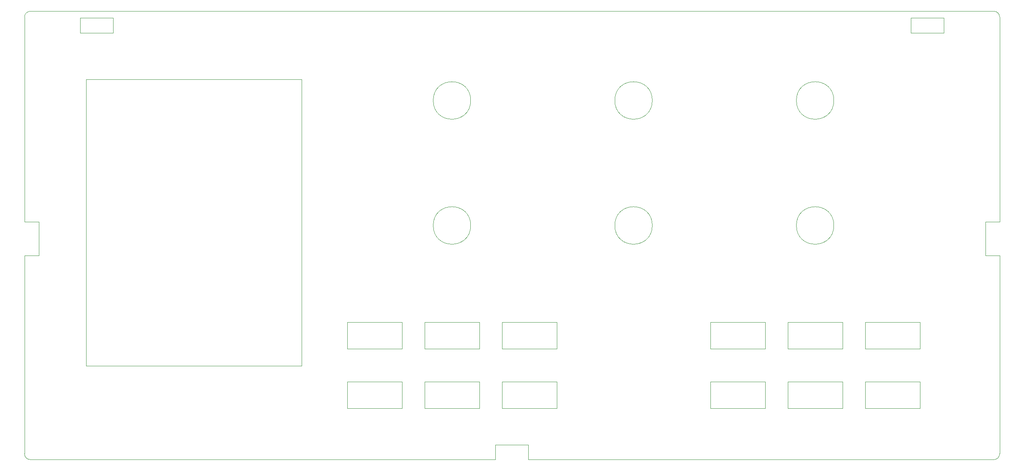
<source format=gbr>
G04 #@! TF.GenerationSoftware,KiCad,Pcbnew,(5.1.8)-1*
G04 #@! TF.CreationDate,2022-11-27T21:50:53+01:00*
G04 #@! TF.ProjectId,pfm3_topsurface,70666d33-5f74-46f7-9073-757266616365,v1.2 / 176*
G04 #@! TF.SameCoordinates,Original*
G04 #@! TF.FileFunction,Profile,NP*
%FSLAX46Y46*%
G04 Gerber Fmt 4.6, Leading zero omitted, Abs format (unit mm)*
G04 Created by KiCad (PCBNEW (5.1.8)-1) date 2022-11-27 21:50:53*
%MOMM*%
%LPD*%
G01*
G04 APERTURE LIST*
G04 #@! TA.AperFunction,Profile*
%ADD10C,0.050000*%
G04 #@! TD*
G04 APERTURE END LIST*
D10*
X218440000Y-99377500D02*
X218440000Y-105092500D01*
X206756000Y-99377500D02*
X218440000Y-99377500D01*
X206756000Y-105092500D02*
X206756000Y-99377500D01*
X218440000Y-105092500D02*
X206756000Y-105092500D01*
X223266000Y-99377500D02*
X234950000Y-99377500D01*
X223266000Y-105092500D02*
X223266000Y-99377500D01*
X234950000Y-105092500D02*
X223266000Y-105092500D01*
X234950000Y-99377500D02*
X234950000Y-105092500D01*
X234950000Y-117792500D02*
X223266000Y-117792500D01*
X223266000Y-112077500D02*
X234950000Y-112077500D01*
X234950000Y-112077500D02*
X234950000Y-117792500D01*
X223266000Y-117792500D02*
X223266000Y-112077500D01*
X218440000Y-112077500D02*
X218440000Y-117792500D01*
X218440000Y-117792500D02*
X206756000Y-117792500D01*
X206756000Y-112077500D02*
X218440000Y-112077500D01*
X206756000Y-117792500D02*
X206756000Y-112077500D01*
X201930000Y-112077500D02*
X201930000Y-117792500D01*
X201930000Y-117792500D02*
X190246000Y-117792500D01*
X190246000Y-112077500D02*
X201930000Y-112077500D01*
X190246000Y-117792500D02*
X190246000Y-112077500D01*
X145796000Y-99377500D02*
X157480000Y-99377500D01*
X145796000Y-105092500D02*
X145796000Y-99377500D01*
X157480000Y-99377500D02*
X157480000Y-105092500D01*
X157480000Y-105092500D02*
X145796000Y-105092500D01*
X145796000Y-112077500D02*
X157480000Y-112077500D01*
X145796000Y-117792500D02*
X145796000Y-112077500D01*
X157480000Y-112077500D02*
X157480000Y-117792500D01*
X157480000Y-117792500D02*
X145796000Y-117792500D01*
X129286000Y-112077500D02*
X140970000Y-112077500D01*
X129286000Y-117792500D02*
X129286000Y-112077500D01*
X140970000Y-112077500D02*
X140970000Y-117792500D01*
X140970000Y-117792500D02*
X129286000Y-117792500D01*
X140970000Y-99377500D02*
X140970000Y-105092500D01*
X129286000Y-99377500D02*
X140970000Y-99377500D01*
X140970000Y-105092500D02*
X129286000Y-105092500D01*
X129286000Y-105092500D02*
X129286000Y-99377500D01*
X190246000Y-99377500D02*
X201930000Y-99377500D01*
X201930000Y-99377500D02*
X201930000Y-105092500D01*
X201930000Y-105092500D02*
X190246000Y-105092500D01*
X190246000Y-105092500D02*
X190246000Y-99377500D01*
X124460000Y-99377500D02*
X124460000Y-105092500D01*
X124460000Y-105092500D02*
X112776000Y-105092500D01*
X112776000Y-99377500D02*
X124460000Y-99377500D01*
X112776000Y-105092500D02*
X112776000Y-99377500D01*
X124460000Y-117792500D02*
X112776000Y-117792500D01*
X124460000Y-112077500D02*
X124460000Y-117792500D01*
X112776000Y-112077500D02*
X124460000Y-112077500D01*
X112776000Y-117792500D02*
X112776000Y-112077500D01*
X144399000Y-125539500D02*
X144399000Y-128714500D01*
X151447500Y-128714500D02*
X151447500Y-125539500D01*
X151447500Y-125539500D02*
X144399000Y-125539500D01*
X233045000Y-34480500D02*
X233045000Y-37655500D01*
X240093500Y-37655500D02*
X233045000Y-37655500D01*
X240093500Y-34480500D02*
X233045000Y-34480500D01*
X240093500Y-37655500D02*
X240093500Y-34480500D01*
X55816500Y-34480500D02*
X55816500Y-37655500D01*
X62865000Y-37655500D02*
X62865000Y-34480500D01*
X62865000Y-34480500D02*
X55816500Y-34480500D01*
X62865000Y-37655500D02*
X55816500Y-37655500D01*
X103060500Y-47561500D02*
X57050000Y-47561500D01*
X45212000Y-128714500D02*
X144399000Y-128714500D01*
X151447500Y-128714500D02*
X250698000Y-128714500D01*
X250698000Y-33020000D02*
X151511000Y-33020000D01*
X151511000Y-33020000D02*
X45212000Y-33020000D01*
X248920000Y-78000000D02*
X251968000Y-78000000D01*
X251968000Y-85196500D02*
X248920000Y-85196500D01*
X248920000Y-85196500D02*
X248920000Y-78000000D01*
X251968000Y-78000000D02*
X251968000Y-34290000D01*
X251968000Y-127444500D02*
X251968000Y-85196500D01*
X46990000Y-85200000D02*
X43942000Y-85200000D01*
X46990000Y-77998500D02*
X46990000Y-85200000D01*
X43942000Y-77998500D02*
X46990000Y-77998500D01*
X43942000Y-85200000D02*
X43942000Y-127444500D01*
X139128000Y-78740000D02*
G75*
G03*
X139128000Y-78740000I-4000000J0D01*
G01*
X177863000Y-78740000D02*
G75*
G03*
X177863000Y-78740000I-4000000J0D01*
G01*
X216598000Y-78740000D02*
G75*
G03*
X216598000Y-78740000I-4000000J0D01*
G01*
X216598000Y-52070000D02*
G75*
G03*
X216598000Y-52070000I-4000000J0D01*
G01*
X177863000Y-52070500D02*
G75*
G03*
X177863000Y-52070500I-4000000J0D01*
G01*
X139128000Y-52070500D02*
G75*
G03*
X139128000Y-52070500I-4000000J0D01*
G01*
X250698000Y-33020000D02*
G75*
G02*
X251968000Y-34290000I0J-1270000D01*
G01*
X251968000Y-127444500D02*
G75*
G02*
X250698000Y-128714500I-1270000J0D01*
G01*
X45212000Y-128714500D02*
G75*
G02*
X43942000Y-127444500I0J1270000D01*
G01*
X43942000Y-34290000D02*
G75*
G02*
X45212000Y-33020000I1270000J0D01*
G01*
X57050000Y-47561500D02*
X57050000Y-108700000D01*
X103050000Y-108700000D02*
X103060500Y-47561500D01*
X57050000Y-108700000D02*
X103050000Y-108700000D01*
X43942000Y-34290000D02*
X43942000Y-77998500D01*
M02*

</source>
